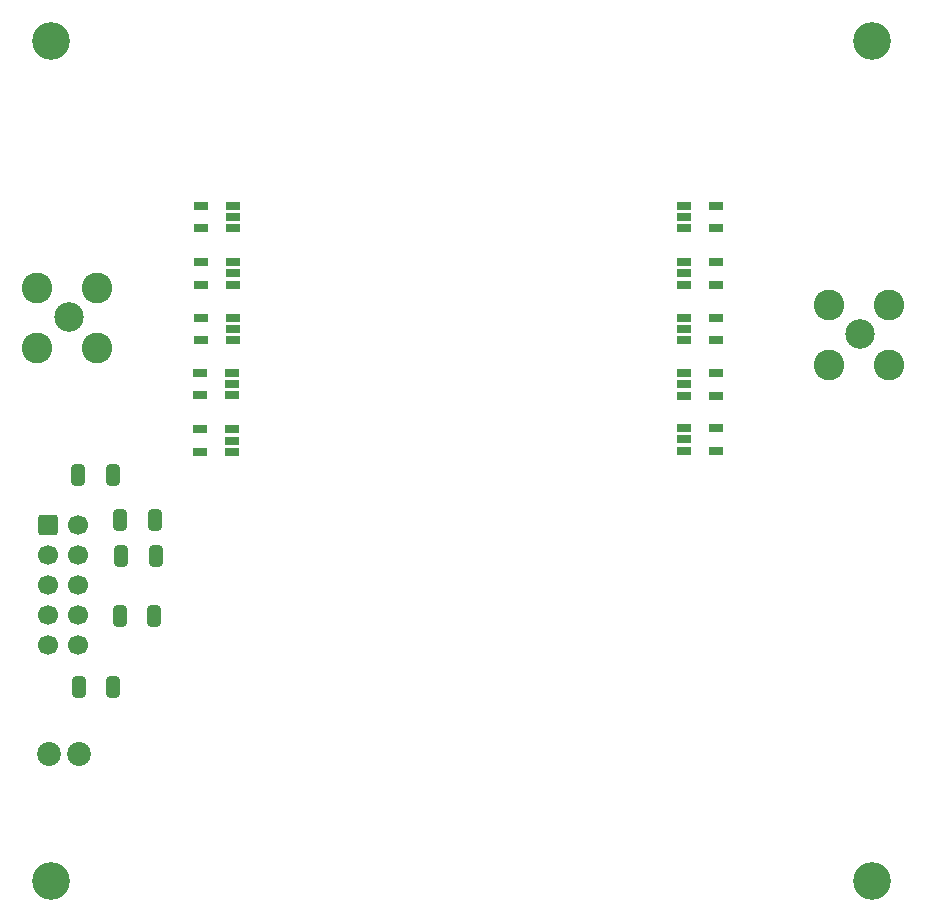
<source format=gbs>
G04 #@! TF.GenerationSoftware,KiCad,Pcbnew,7.0.10*
G04 #@! TF.CreationDate,2024-02-19T16:33:24-05:00*
G04 #@! TF.ProjectId,sdt_lpf,7364745f-6c70-4662-9e6b-696361645f70,rev?*
G04 #@! TF.SameCoordinates,PX62de0f0PY8af5bb0*
G04 #@! TF.FileFunction,Soldermask,Bot*
G04 #@! TF.FilePolarity,Negative*
%FSLAX46Y46*%
G04 Gerber Fmt 4.6, Leading zero omitted, Abs format (unit mm)*
G04 Created by KiCad (PCBNEW 7.0.10) date 2024-02-19 16:33:24*
%MOMM*%
%LPD*%
G01*
G04 APERTURE LIST*
G04 Aperture macros list*
%AMRoundRect*
0 Rectangle with rounded corners*
0 $1 Rounding radius*
0 $2 $3 $4 $5 $6 $7 $8 $9 X,Y pos of 4 corners*
0 Add a 4 corners polygon primitive as box body*
4,1,4,$2,$3,$4,$5,$6,$7,$8,$9,$2,$3,0*
0 Add four circle primitives for the rounded corners*
1,1,$1+$1,$2,$3*
1,1,$1+$1,$4,$5*
1,1,$1+$1,$6,$7*
1,1,$1+$1,$8,$9*
0 Add four rect primitives between the rounded corners*
20,1,$1+$1,$2,$3,$4,$5,0*
20,1,$1+$1,$4,$5,$6,$7,0*
20,1,$1+$1,$6,$7,$8,$9,0*
20,1,$1+$1,$8,$9,$2,$3,0*%
G04 Aperture macros list end*
%ADD10C,2.020000*%
%ADD11C,3.200000*%
%ADD12C,2.600000*%
%ADD13C,2.500000*%
%ADD14RoundRect,0.250000X-0.600000X-0.600000X0.600000X-0.600000X0.600000X0.600000X-0.600000X0.600000X0*%
%ADD15C,1.700000*%
%ADD16RoundRect,0.070000X-0.525000X0.300000X-0.525000X-0.300000X0.525000X-0.300000X0.525000X0.300000X0*%
%ADD17RoundRect,0.250000X0.325000X0.650000X-0.325000X0.650000X-0.325000X-0.650000X0.325000X-0.650000X0*%
%ADD18RoundRect,0.070000X0.525000X-0.300000X0.525000X0.300000X-0.525000X0.300000X-0.525000X-0.300000X0*%
G04 APERTURE END LIST*
D10*
X2300000Y10800000D03*
X-240000Y10800000D03*
D11*
X-50000Y71150000D03*
X69500000Y71100000D03*
D12*
X-1180000Y50200000D03*
X-1180000Y45120000D03*
X3900000Y50200000D03*
X3900000Y45120000D03*
D13*
X1460000Y47735000D03*
D14*
X-250000Y30130000D03*
D15*
X2290000Y30130000D03*
X-250000Y27590000D03*
X2290000Y27590000D03*
X-250000Y25050000D03*
X2290000Y25050000D03*
X-250000Y22510000D03*
X2290000Y22510000D03*
X-250000Y19970000D03*
X2290000Y19970000D03*
D12*
X65800000Y48800000D03*
X65800000Y43720000D03*
X70880000Y48800000D03*
X70880000Y43720000D03*
D13*
X68440000Y46335000D03*
D11*
X69500000Y0D03*
X0Y0D03*
D16*
X15350000Y47700000D03*
X15350000Y46750000D03*
X15350000Y45800000D03*
X12650000Y45800000D03*
X12650000Y47700000D03*
X15350000Y57200000D03*
X15350000Y56250000D03*
X15350000Y55300000D03*
X12650000Y55300000D03*
X12650000Y57200000D03*
D17*
X8725000Y22450000D03*
X5775000Y22450000D03*
D16*
X15300000Y43050000D03*
X15300000Y42100000D03*
X15300000Y41150000D03*
X12600000Y41150000D03*
X12600000Y43050000D03*
D18*
X53550000Y55300000D03*
X53550000Y56250000D03*
X53550000Y57200000D03*
X56250000Y57200000D03*
X56250000Y55300000D03*
X53550000Y41100000D03*
X53550000Y42050000D03*
X53550000Y43000000D03*
X56250000Y43000000D03*
X56250000Y41100000D03*
D16*
X15300000Y38250000D03*
X15300000Y37300000D03*
X15300000Y36350000D03*
X12600000Y36350000D03*
X12600000Y38250000D03*
X15350000Y52400000D03*
X15350000Y51450000D03*
X15350000Y50500000D03*
X12650000Y50500000D03*
X12650000Y52400000D03*
D17*
X8825000Y27500000D03*
X5875000Y27500000D03*
X5250000Y16450000D03*
X2300000Y16450000D03*
D18*
X53550000Y45800000D03*
X53550000Y46750000D03*
X53550000Y47700000D03*
X56250000Y47700000D03*
X56250000Y45800000D03*
X53550000Y36450000D03*
X53550000Y37400000D03*
X53550000Y38350000D03*
X56250000Y38350000D03*
X56250000Y36450000D03*
D17*
X8775000Y30600000D03*
X5825000Y30600000D03*
D18*
X53550000Y50500000D03*
X53550000Y51450000D03*
X53550000Y52400000D03*
X56250000Y52400000D03*
X56250000Y50500000D03*
D17*
X5225000Y34350000D03*
X2275000Y34350000D03*
M02*

</source>
